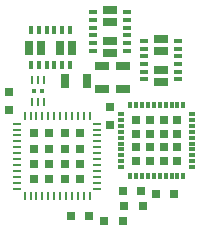
<source format=gtp>
G04 #@! TF.FileFunction,Paste,Top*
%FSLAX46Y46*%
G04 Gerber Fmt 4.6, Leading zero omitted, Abs format (unit mm)*
G04 Created by KiCad (PCBNEW 4.0.6) date Mon Feb  5 06:37:18 2018*
%MOMM*%
%LPD*%
G01*
G04 APERTURE LIST*
%ADD10C,0.100000*%
%ADD11R,0.750000X0.800000*%
%ADD12R,0.800000X0.750000*%
%ADD13R,0.800000X0.800000*%
%ADD14R,0.250000X0.700000*%
%ADD15R,0.426000X0.366000*%
%ADD16R,0.300000X0.500000*%
%ADD17R,0.500000X0.300000*%
%ADD18R,0.690000X0.690000*%
%ADD19R,0.700000X0.250000*%
%ADD20R,0.772500X0.772500*%
%ADD21R,0.790000X0.420000*%
%ADD22R,1.200000X0.800000*%
%ADD23R,0.420000X0.790000*%
%ADD24R,0.800000X1.200000*%
%ADD25R,1.300000X0.700000*%
%ADD26R,0.700000X1.300000*%
G04 APERTURE END LIST*
D10*
D11*
X161036000Y-90678000D03*
X161036000Y-89178000D03*
D12*
X164985000Y-96520000D03*
X166485000Y-96520000D03*
X162203000Y-96266000D03*
X163703000Y-96266000D03*
D11*
X152527000Y-89396000D03*
X152527000Y-87896000D03*
D12*
X159246000Y-98425000D03*
X157746000Y-98425000D03*
D13*
X162230000Y-97536000D03*
X163830000Y-97536000D03*
X162179000Y-98806000D03*
X160579000Y-98806000D03*
D14*
X154440000Y-88718000D03*
X154940000Y-88718000D03*
X155440000Y-88718000D03*
X155440000Y-86868000D03*
X154940000Y-86868000D03*
X154440000Y-86868000D03*
D15*
X155295000Y-87793000D03*
X154585000Y-87793000D03*
D16*
X162771000Y-95015000D03*
X163271000Y-95015000D03*
X163771000Y-95015000D03*
X164271000Y-95015000D03*
X164771000Y-95015000D03*
X165271000Y-95015000D03*
X165771000Y-95015000D03*
X166271000Y-95015000D03*
X166771000Y-95015000D03*
X167271000Y-95015000D03*
D17*
X168021000Y-94265000D03*
X168021000Y-93765000D03*
X168021000Y-93265000D03*
X168021000Y-92765000D03*
X168021000Y-92265000D03*
X168021000Y-91765000D03*
X168021000Y-91265000D03*
X168021000Y-90765000D03*
X168021000Y-90265000D03*
X168021000Y-89765000D03*
D16*
X167271000Y-89015000D03*
X166771000Y-89015000D03*
X166271000Y-89015000D03*
X165771000Y-89015000D03*
X165271000Y-89015000D03*
X164771000Y-89015000D03*
X164271000Y-89015000D03*
X163771000Y-89015000D03*
X163271000Y-89015000D03*
X162771000Y-89015000D03*
D17*
X162021000Y-89765000D03*
X162021000Y-90265000D03*
X162021000Y-90765000D03*
X162021000Y-91265000D03*
X162021000Y-91765000D03*
X162021000Y-92265000D03*
X162021000Y-92765000D03*
X162021000Y-93265000D03*
X162021000Y-93765000D03*
X162021000Y-94265000D03*
D18*
X166746000Y-90290000D03*
X165596000Y-90290000D03*
X164446000Y-90290000D03*
X163296000Y-90290000D03*
X166746000Y-91440000D03*
X165596000Y-91440000D03*
X164446000Y-91440000D03*
X163296000Y-91440000D03*
X166746000Y-92590000D03*
X165596000Y-92590000D03*
X164446000Y-92590000D03*
X163296000Y-92590000D03*
X166746000Y-93740000D03*
X165596000Y-93740000D03*
X164446000Y-93740000D03*
X163296000Y-93740000D03*
D19*
X153182250Y-90586250D03*
X153182250Y-91086250D03*
X153182250Y-91586250D03*
X153182250Y-92086250D03*
X153182250Y-92586250D03*
X153182250Y-93086250D03*
X153182250Y-93586250D03*
X153182250Y-94086250D03*
X153182250Y-94586250D03*
X153182250Y-95086250D03*
X153182250Y-95586250D03*
X153182250Y-96086250D03*
D14*
X153832250Y-96736250D03*
X154332250Y-96736250D03*
X154832250Y-96736250D03*
X155332250Y-96736250D03*
X155832250Y-96736250D03*
X156332250Y-96736250D03*
X156832250Y-96736250D03*
X157332250Y-96736250D03*
X157832250Y-96736250D03*
X158332250Y-96736250D03*
X158832250Y-96736250D03*
X159332250Y-96736250D03*
D19*
X159982250Y-96086250D03*
X159982250Y-95586250D03*
X159982250Y-95086250D03*
X159982250Y-94586250D03*
X159982250Y-94086250D03*
X159982250Y-93586250D03*
X159982250Y-93086250D03*
X159982250Y-92586250D03*
X159982250Y-92086250D03*
X159982250Y-91586250D03*
X159982250Y-91086250D03*
X159982250Y-90586250D03*
D14*
X159332250Y-89936250D03*
X158832250Y-89936250D03*
X158332250Y-89936250D03*
X157832250Y-89936250D03*
X157332250Y-89936250D03*
X156832250Y-89936250D03*
X156332250Y-89936250D03*
X155832250Y-89936250D03*
X155332250Y-89936250D03*
X154832250Y-89936250D03*
X154332250Y-89936250D03*
X153832250Y-89936250D03*
D20*
X158513500Y-95267500D03*
X158513500Y-93980000D03*
X158513500Y-92692500D03*
X158513500Y-91405000D03*
X157226000Y-95267500D03*
X157226000Y-93980000D03*
X157226000Y-92692500D03*
X157226000Y-91405000D03*
X155938500Y-95267500D03*
X155938500Y-93980000D03*
X155938500Y-92692500D03*
X155938500Y-91405000D03*
X154651000Y-95267500D03*
X154651000Y-93980000D03*
X154651000Y-92692500D03*
X154651000Y-91405000D03*
D21*
X166809000Y-85542000D03*
X166809000Y-84892000D03*
X166809000Y-86192000D03*
X163899000Y-86842000D03*
X166809000Y-86842000D03*
X163899000Y-86192000D03*
X163899000Y-85542000D03*
X163899000Y-84892000D03*
X166809000Y-84242000D03*
X163899000Y-83592000D03*
X163899000Y-84242000D03*
X166809000Y-83592000D03*
D22*
X165354000Y-83417000D03*
X165354000Y-84417000D03*
X165354000Y-86017000D03*
X165354000Y-87017000D03*
D21*
X162491000Y-83116500D03*
X162491000Y-82466500D03*
X162491000Y-83766500D03*
X159581000Y-84416500D03*
X162491000Y-84416500D03*
X159581000Y-83766500D03*
X159581000Y-83116500D03*
X159581000Y-82466500D03*
X162491000Y-81816500D03*
X159581000Y-81166500D03*
X159581000Y-81816500D03*
X162491000Y-81166500D03*
D22*
X161036000Y-80991500D03*
X161036000Y-81991500D03*
X161036000Y-83591500D03*
X161036000Y-84591500D03*
D23*
X156337000Y-82688000D03*
X155687000Y-82688000D03*
X156987000Y-82688000D03*
X157637000Y-85598000D03*
X157637000Y-82688000D03*
X156987000Y-85598000D03*
X156337000Y-85598000D03*
X155687000Y-85598000D03*
X155037000Y-82688000D03*
X154387000Y-85598000D03*
X155037000Y-85598000D03*
X154387000Y-82688000D03*
D24*
X154212000Y-84143000D03*
X155212000Y-84143000D03*
X156812000Y-84143000D03*
X157812000Y-84143000D03*
D25*
X160401000Y-85730000D03*
X160401000Y-87630000D03*
X162179000Y-85730000D03*
X162179000Y-87630000D03*
D26*
X159126000Y-87000000D03*
X157226000Y-87000000D03*
M02*

</source>
